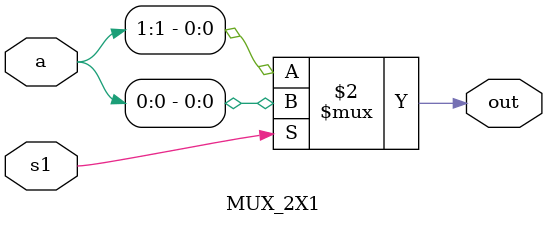
<source format=v>
module MUX_2X1 (a,s1,out);
output out;
input [1:0] a;
input s1;
  
  assign out = (s1==0) ? a[1] :a[0];
  //assign out = (s1==0)?((s2==0?a[0]:a[1])):((s2==0?a[2]:a[3]));
endmodule

</source>
